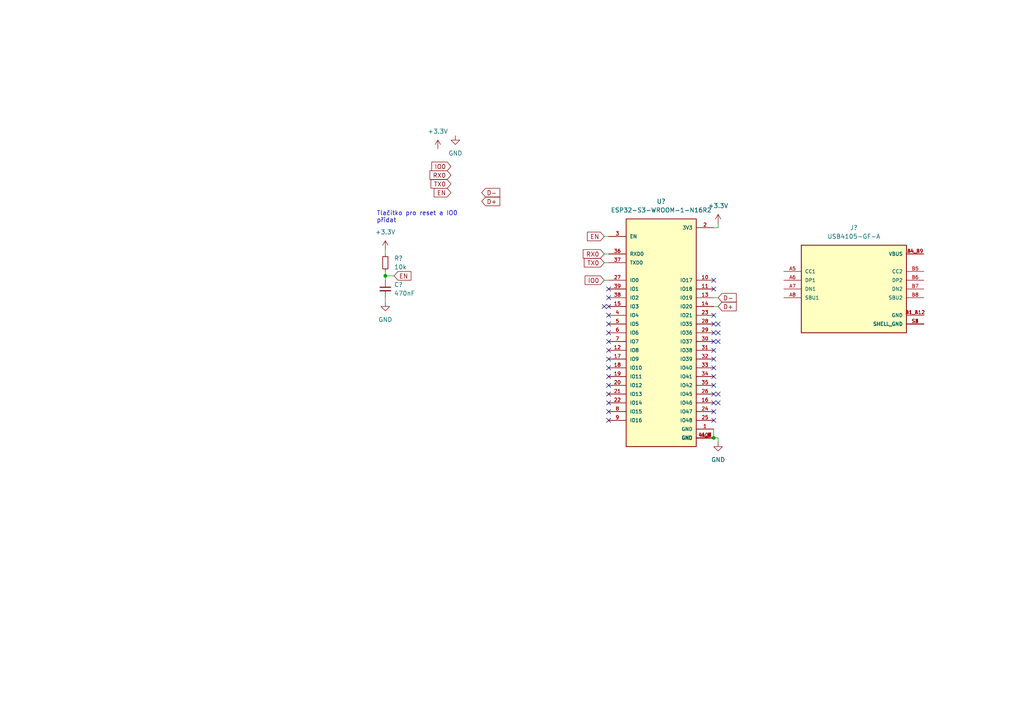
<source format=kicad_sch>
(kicad_sch (version 20211123) (generator eeschema)
  (paper "A4")
  (lib_symbols
    (symbol "Device:C_Small" (pin_numbers hide) (pin_names (offset 0.254) hide)
      (property "Reference" "C" (at 0.254 1.778 0))
      (property "Value" "C_Small" (at 0.254 -2.032 0))
      (symbol "C_Small_0_1"
        (polyline (pts (xy -1.524 -0.508) (xy 1.524 -0.508)) (stroke (width 0.3302)))
        (polyline (pts (xy -1.524 0.508) (xy 1.524 0.508)) (stroke (width 0.3048)))
      )
      (symbol "C_Small_1_1"
        (pin passive line (at 0 2.54 270) (length 2.032) (name "~") (number "1"))
        (pin passive line (at 0 -2.54 90) (length 2.032) (name "~") (number "2"))
      )
    )
    (symbol "Device:R_Small" (pin_numbers hide) (pin_names (offset 0.254) hide)
      (property "Reference" "R" (at 0.762 0.508 0))
      (property "Value" "R_Small" (at 0.762 -1.016 0))
      (symbol "R_Small_0_1"
        (rectangle (start -0.762 1.778) (end 0.762 -1.778) (stroke (width 0.2032)))
      )
      (symbol "R_Small_1_1"
        (pin passive line (at 0 2.54 270) (length 0.762) (name "~") (number "1"))
        (pin passive line (at 0 -2.54 90) (length 0.762) (name "~") (number "2"))
      )
    )
    (symbol "ESP32-S3-WROOM-1-N16R2:ESP32-S3-WROOM-1-N16R2" (pin_names (offset 1.016))
      (property "Reference" "U" (at -10.16 34.1122 0))
      (property "Value" "ESP32-S3-WROOM-1-N16R2" (at -10.16 -35.56 0))
      (symbol "ESP32-S3-WROOM-1-N16R2_0_0"
        (rectangle (start -10.16 -33.02) (end 10.16 33.02) (stroke (width 0.254)) (fill (type background)))
        (pin power_in line (at 15.24 -27.94 180) (length 5.08) (name "GND") (number "1"))
        (pin bidirectional line (at 15.24 15.24 180) (length 5.08) (name "IO17") (number "10"))
        (pin bidirectional line (at 15.24 12.7 180) (length 5.08) (name "IO18") (number "11"))
        (pin bidirectional line (at -15.24 -5.08 0) (length 5.08) (name "IO8") (number "12"))
        (pin bidirectional line (at 15.24 10.16 180) (length 5.08) (name "IO19") (number "13"))
        (pin bidirectional line (at 15.24 7.62 180) (length 5.08) (name "IO20") (number "14"))
        (pin bidirectional line (at -15.24 7.62 0) (length 5.08) (name "IO3") (number "15"))
        (pin bidirectional line (at 15.24 -20.32 180) (length 5.08) (name "IO46") (number "16"))
        (pin bidirectional line (at -15.24 -7.62 0) (length 5.08) (name "IO9") (number "17"))
        (pin bidirectional line (at -15.24 -10.16 0) (length 5.08) (name "IO10") (number "18"))
        (pin bidirectional line (at -15.24 -12.7 0) (length 5.08) (name "IO11") (number "19"))
        (pin power_in line (at 15.24 30.48 180) (length 5.08) (name "3V3") (number "2"))
        (pin bidirectional line (at -15.24 -15.24 0) (length 5.08) (name "IO12") (number "20"))
        (pin bidirectional line (at -15.24 -17.78 0) (length 5.08) (name "IO13") (number "21"))
        (pin bidirectional line (at -15.24 -20.32 0) (length 5.08) (name "IO14") (number "22"))
        (pin bidirectional line (at 15.24 5.08 180) (length 5.08) (name "IO21") (number "23"))
        (pin bidirectional line (at 15.24 -22.86 180) (length 5.08) (name "IO47") (number "24"))
        (pin bidirectional line (at 15.24 -25.4 180) (length 5.08) (name "IO48") (number "25"))
        (pin bidirectional line (at 15.24 -17.78 180) (length 5.08) (name "IO45") (number "26"))
        (pin bidirectional line (at -15.24 15.24 0) (length 5.08) (name "IO0") (number "27"))
        (pin bidirectional line (at 15.24 2.54 180) (length 5.08) (name "IO35") (number "28"))
        (pin bidirectional line (at 15.24 0 180) (length 5.08) (name "IO36") (number "29"))
        (pin input line (at -15.24 27.94 0) (length 5.08) (name "EN") (number "3"))
        (pin bidirectional line (at 15.24 -2.54 180) (length 5.08) (name "IO37") (number "30"))
        (pin bidirectional line (at 15.24 -5.08 180) (length 5.08) (name "IO38") (number "31"))
        (pin bidirectional line (at 15.24 -7.62 180) (length 5.08) (name "IO39") (number "32"))
        (pin bidirectional line (at 15.24 -10.16 180) (length 5.08) (name "IO40") (number "33"))
        (pin bidirectional line (at 15.24 -12.7 180) (length 5.08) (name "IO41") (number "34"))
        (pin bidirectional line (at 15.24 -15.24 180) (length 5.08) (name "IO42") (number "35"))
        (pin bidirectional line (at -15.24 22.86 0) (length 5.08) (name "RXD0") (number "36"))
        (pin bidirectional line (at -15.24 20.32 0) (length 5.08) (name "TXD0") (number "37"))
        (pin bidirectional line (at -15.24 10.16 0) (length 5.08) (name "IO2") (number "38"))
        (pin bidirectional line (at -15.24 12.7 0) (length 5.08) (name "IO1") (number "39"))
        (pin bidirectional line (at -15.24 5.08 0) (length 5.08) (name "IO4") (number "4"))
        (pin power_in line (at 15.24 -30.48 180) (length 5.08) (name "GND") (number "40"))
        (pin power_in line (at 15.24 -30.48 180) (length 5.08) (name "GND") (number "41_1"))
        (pin power_in line (at 15.24 -30.48 180) (length 5.08) (name "GND") (number "41_2"))
        (pin power_in line (at 15.24 -30.48 180) (length 5.08) (name "GND") (number "41_3"))
        (pin power_in line (at 15.24 -30.48 180) (length 5.08) (name "GND") (number "41_4"))
        (pin power_in line (at 15.24 -30.48 180) (length 5.08) (name "GND") (number "41_5"))
        (pin power_in line (at 15.24 -30.48 180) (length 5.08) (name "GND") (number "41_6"))
        (pin power_in line (at 15.24 -30.48 180) (length 5.08) (name "GND") (number "41_7"))
        (pin power_in line (at 15.24 -30.48 180) (length 5.08) (name "GND") (number "41_8"))
        (pin power_in line (at 15.24 -30.48 180) (length 5.08) (name "GND") (number "41_9"))
        (pin bidirectional line (at -15.24 2.54 0) (length 5.08) (name "IO5") (number "5"))
        (pin bidirectional line (at -15.24 0 0) (length 5.08) (name "IO6") (number "6"))
        (pin bidirectional line (at -15.24 -2.54 0) (length 5.08) (name "IO7") (number "7"))
        (pin bidirectional line (at -15.24 -22.86 0) (length 5.08) (name "IO15") (number "8"))
        (pin bidirectional line (at -15.24 -25.4 0) (length 5.08) (name "IO16") (number "9"))
      )
    )
    (symbol "USB4105-GF-A:USB4105-GF-A" (pin_names (offset 1.016))
      (property "Reference" "J" (at -15.24 13.97 0))
      (property "Value" "USB4105-GF-A" (at -15.24 -15.24 0))
      (symbol "USB4105-GF-A_0_0"
        (rectangle (start -15.24 -12.7) (end 15.24 12.7) (stroke (width 0.254)) (fill (type background)))
        (pin power_in line (at 20.32 -7.62 180) (length 5.08) (name "GND") (number "A1_B12"))
        (pin power_in line (at 20.32 10.16 180) (length 5.08) (name "VBUS") (number "A4_B9"))
        (pin bidirectional line (at -20.32 5.08 0) (length 5.08) (name "CC1") (number "A5"))
        (pin bidirectional line (at -20.32 2.54 0) (length 5.08) (name "DP1") (number "A6"))
        (pin bidirectional line (at -20.32 0 0) (length 5.08) (name "DN1") (number "A7"))
        (pin bidirectional line (at -20.32 -2.54 0) (length 5.08) (name "SBU1") (number "A8"))
        (pin power_in line (at 20.32 -7.62 180) (length 5.08) (name "GND") (number "B1_A12"))
        (pin power_in line (at 20.32 10.16 180) (length 5.08) (name "VBUS") (number "B4_A9"))
        (pin bidirectional line (at 20.32 5.08 180) (length 5.08) (name "CC2") (number "B5"))
        (pin bidirectional line (at 20.32 2.54 180) (length 5.08) (name "DP2") (number "B6"))
        (pin bidirectional line (at 20.32 0 180) (length 5.08) (name "DN2") (number "B7"))
        (pin bidirectional line (at 20.32 -2.54 180) (length 5.08) (name "SBU2") (number "B8"))
        (pin power_in line (at 20.32 -10.16 180) (length 5.08) (name "SHELL_GND") (number "S1"))
        (pin power_in line (at 20.32 -10.16 180) (length 5.08) (name "SHELL_GND") (number "S2"))
        (pin power_in line (at 20.32 -10.16 180) (length 5.08) (name "SHELL_GND") (number "S3"))
        (pin power_in line (at 20.32 -10.16 180) (length 5.08) (name "SHELL_GND") (number "S4"))
      )
    )
    (symbol "power:+3.3V" (power) (pin_names (offset 0))
      (property "Value" "+3.3V" (at 0 3.556 0))
      (symbol "+3.3V_0_1"
        (polyline (pts (xy -0.762 1.27) (xy 0 2.54)))
        (polyline (pts (xy 0 0) (xy 0 2.54)))
        (polyline (pts (xy 0 2.54) (xy 0.762 1.27)))
      )
      (symbol "+3.3V_1_1"
        (pin power_in line (at 0 0 90) (length 0) hide (name "+3.3V") (number "1"))
      )
    )
    (symbol "power:GND" (power) (pin_names (offset 0))
      (property "Value" "GND" (at 0 -3.81 0))
      (symbol "GND_0_1"
        (polyline (pts (xy 0 0) (xy 0 -1.27) (xy 1.27 -1.27) (xy 0 -2.54) (xy -1.27 -1.27) (xy 0 -1.27)))
      )
      (symbol "GND_1_1"
        (pin power_in line (at 0 0 270) (length 0) hide (name "GND") (number "1"))
      )
    )
  )
  (junction (at 207.01 127))
  (junction (at 111.76 80.01))
  (no_connect (at 176.53 109.22))
  (no_connect (at 176.53 116.84))
  (no_connect (at 208.28 96.52))
  (no_connect (at 207.01 83.82))
  (no_connect (at 207.01 111.76))
  (no_connect (at 207.01 104.14))
  (no_connect (at 176.53 114.3))
  (no_connect (at 176.53 106.68))
  (no_connect (at 207.01 121.92))
  (no_connect (at 208.28 116.84))
  (no_connect (at 176.53 111.76))
  (no_connect (at 176.53 121.92))
  (no_connect (at 176.53 93.98))
  (no_connect (at 207.01 116.84))
  (no_connect (at 208.28 93.98))
  (no_connect (at 176.53 86.36))
  (no_connect (at 175.26 88.9))
  (no_connect (at 208.28 99.06))
  (no_connect (at 207.01 96.52))
  (no_connect (at 176.53 104.14))
  (no_connect (at 176.53 96.52))
  (no_connect (at 176.53 91.44))
  (no_connect (at 207.01 81.28))
  (no_connect (at 176.53 119.38))
  (no_connect (at 207.01 101.6))
  (no_connect (at 207.01 106.68))
  (no_connect (at 207.01 109.22))
  (no_connect (at 176.53 83.82))
  (no_connect (at 176.53 99.06))
  (no_connect (at 208.28 114.3))
  (no_connect (at 207.01 93.98))
  (no_connect (at 176.53 88.9))
  (no_connect (at 207.01 119.38))
  (no_connect (at 207.01 99.06))
  (no_connect (at 176.53 101.6))
  (no_connect (at 207.01 114.3))
  (no_connect (at 207.01 91.44))
  (wire (pts (xy 208.28 128.27) (xy 208.28 127)))
  (wire (pts (xy 111.76 78.74) (xy 111.76 80.01)))
  (wire (pts (xy 175.26 81.28) (xy 176.53 81.28)))
  (wire (pts (xy 175.26 73.66) (xy 176.53 73.66)))
  (wire (pts (xy 207.01 124.46) (xy 207.01 127)))
  (wire (pts (xy 207.01 86.36) (xy 208.28 86.36)))
  (wire (pts (xy 207.01 88.9) (xy 208.28 88.9)))
  (wire (pts (xy 111.76 87.63) (xy 111.76 86.36)))
  (wire (pts (xy 207.01 127) (xy 208.28 127)))
  (wire (pts (xy 111.76 72.39) (xy 111.76 73.66)))
  (wire (pts (xy 175.26 76.2) (xy 176.53 76.2)))
  (wire (pts (xy 175.26 68.58) (xy 176.53 68.58)))
  (wire (pts (xy 208.28 64.77) (xy 208.28 66.04)))
  (wire (pts (xy 111.76 80.01) (xy 111.76 81.28)))
  (wire (pts (xy 111.76 80.01) (xy 114.3 80.01)))
  (wire (pts (xy 207.01 66.04) (xy 208.28 66.04)))
  (text "Tlačítko pro reset a IO0\npřidat\n" (at 109.22 64.77 0) (effects (font (size 1.27 1.27)) (justify left bottom)))
  (global_label "TX0" (shape input) (at 130.81 53.34 180) (property "Intersheet References" "${INTERSHEET_REFS}" (effects hide)))
  (global_label "IO0" (shape input) (at 175.26 81.28 180) (property "Intersheet References" "${INTERSHEET_REFS}" (effects hide)))
  (global_label "D+" (shape input) (at 208.28 88.9 0) (property "Intersheet References" "${INTERSHEET_REFS}" (effects hide)))
  (global_label "D-" (shape input) (at 139.7 55.88 0) (property "Intersheet References" "${INTERSHEET_REFS}" (effects hide)))
  (global_label "EN" (shape input) (at 114.3 80.01 0) (property "Intersheet References" "${INTERSHEET_REFS}" (effects hide)))
  (global_label "RX0" (shape input) (at 175.26 73.66 180) (property "Intersheet References" "${INTERSHEET_REFS}" (effects hide)))
  (global_label "D+" (shape input) (at 139.7 58.42 0) (property "Intersheet References" "${INTERSHEET_REFS}" (effects hide)))
  (global_label "D-" (shape input) (at 208.28 86.36 0) (property "Intersheet References" "${INTERSHEET_REFS}" (effects hide)))
  (global_label "EN" (shape input) (at 130.81 55.88 180) (property "Intersheet References" "${INTERSHEET_REFS}" (effects hide)))
  (global_label "RX0" (shape input) (at 130.81 50.8 180) (property "Intersheet References" "${INTERSHEET_REFS}" (effects hide)))
  (global_label "TX0" (shape input) (at 175.26 76.2 180) (property "Intersheet References" "${INTERSHEET_REFS}" (effects hide)))
  (global_label "IO0" (shape input) (at 130.81 48.26 180) (property "Intersheet References" "${INTERSHEET_REFS}" (effects hide)))
  (global_label "EN" (shape input) (at 175.26 68.58 180) (property "Intersheet References" "${INTERSHEET_REFS}" (effects hide)))
  (symbol (lib_id "power:GND") (at 111.76 87.63 0) (unit 1)
    (property "Reference" "#PWR?" (effects hide))
    (property "Value" "GND" (at 111.76 92.71 0))
  )
  (symbol (lib_id "power:+3.3V") (at 111.76 72.39 0) (unit 1)
    (property "Reference" "#PWR?" (effects hide))
    (property "Value" "+3.3V" (at 111.76 67.31 0))
  )
  (symbol (lib_id "power:GND") (at 208.28 128.27 0) (unit 1)
    (property "Reference" "#PWR?" (effects hide))
    (property "Value" "GND" (at 208.28 133.35 0))
  )
  (symbol (lib_id "ESP32-S3-WROOM-1-N16R2:ESP32-S3-WROOM-1-N16R2") (at 191.77 96.52 0) (unit 1)
    (property "Reference" "U?" (at 191.77 58.42 0))
    (property "Value" "ESP32-S3-WROOM-1-N16R2" (at 191.77 60.96 0))
    (property "Footprint" "esp32S3:XCVR_ESP32-S3-WROOM-1-N16R2" (effects hide))
    (property "PARTREV" "v1.0" (effects hide))
    (property "MAXIMUM_PACKAGE_HEIGHT" "3.25mm" (effects hide))
    (property "STANDARD" "Manufacturer Recommendations" (effects hide))
    (property "MANUFACTURER" "Espressif" (effects hide))
  )
  (symbol (lib_id "power:+3.3V") (at 208.28 64.77 0) (unit 1)
    (property "Reference" "#PWR?" (effects hide))
    (property "Value" "+3.3V" (at 208.28 59.69 0))
  )
  (symbol (lib_id "power:+3.3V") (at 127 43.18 0) (unit 1)
    (property "Reference" "#PWR?" (effects hide))
    (property "Value" "+3.3V" (at 127 38.1 0))
  )
  (symbol (lib_id "power:GND") (at 132.08 39.37 0) (unit 1)
    (property "Reference" "#PWR?" (effects hide))
    (property "Value" "GND" (at 132.08 44.45 0))
  )
  (symbol (lib_id "Device:C_Small") (at 111.76 83.82 0) (unit 1)
    (property "Reference" "C?" (at 114.3 82.5562 0) (effects (justify left)))
    (property "Value" "470nF" (at 114.3 85.0962 0) (effects (justify left)))
    (property "Footprint" "Capacitor_SMD:C_0805_2012Metric" (effects hide))
  )
  (symbol (lib_id "Device:R_Small") (at 111.76 76.2 0) (unit 1)
    (property "Reference" "R?" (at 114.3 74.9299 0) (effects (justify left)))
    (property "Value" "10k" (at 114.3 77.4699 0) (effects (justify left)))
    (property "Footprint" "Resistor_SMD:R_0805_2012Metric" (effects hide))
  )
  (symbol (lib_id "USB4105-GF-A:USB4105-GF-A") (at 247.65 83.82 0) (unit 1)
    (property "Reference" "J?" (at 247.65 66.04 0))
    (property "Value" "USB4105-GF-A" (at 247.65 68.58 0))
    (property "Footprint" "USB-C better:GCT_USB4105-GF-A" (effects hide))
    (property "STANDARD" "Manufacturer Recommendations" (effects hide))
    (property "MAXIMUM_PACKAGE_HEIGHT" "3.31 mm" (effects hide))
    (property "MANUFACTURER" "GCT" (effects hide))
    (property "PARTREV" "A3" (effects hide))
  )
)
</source>
